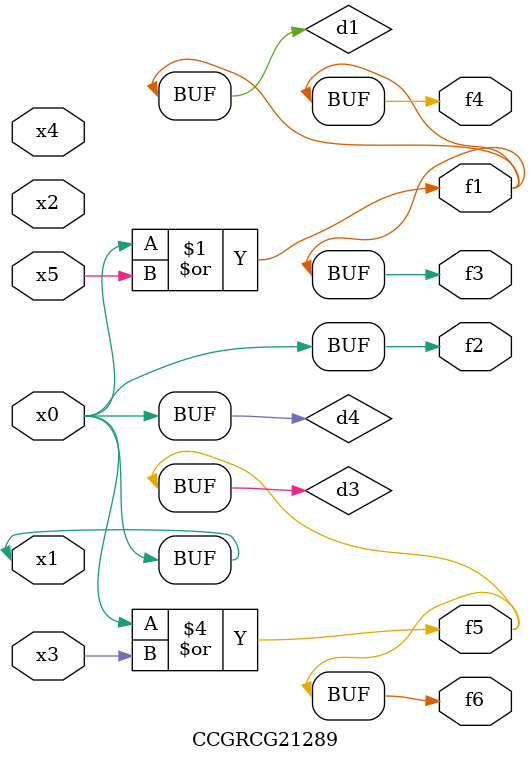
<source format=v>
module CCGRCG21289(
	input x0, x1, x2, x3, x4, x5,
	output f1, f2, f3, f4, f5, f6
);

	wire d1, d2, d3, d4;

	or (d1, x0, x5);
	xnor (d2, x1, x4);
	or (d3, x0, x3);
	buf (d4, x0, x1);
	assign f1 = d1;
	assign f2 = d4;
	assign f3 = d1;
	assign f4 = d1;
	assign f5 = d3;
	assign f6 = d3;
endmodule

</source>
